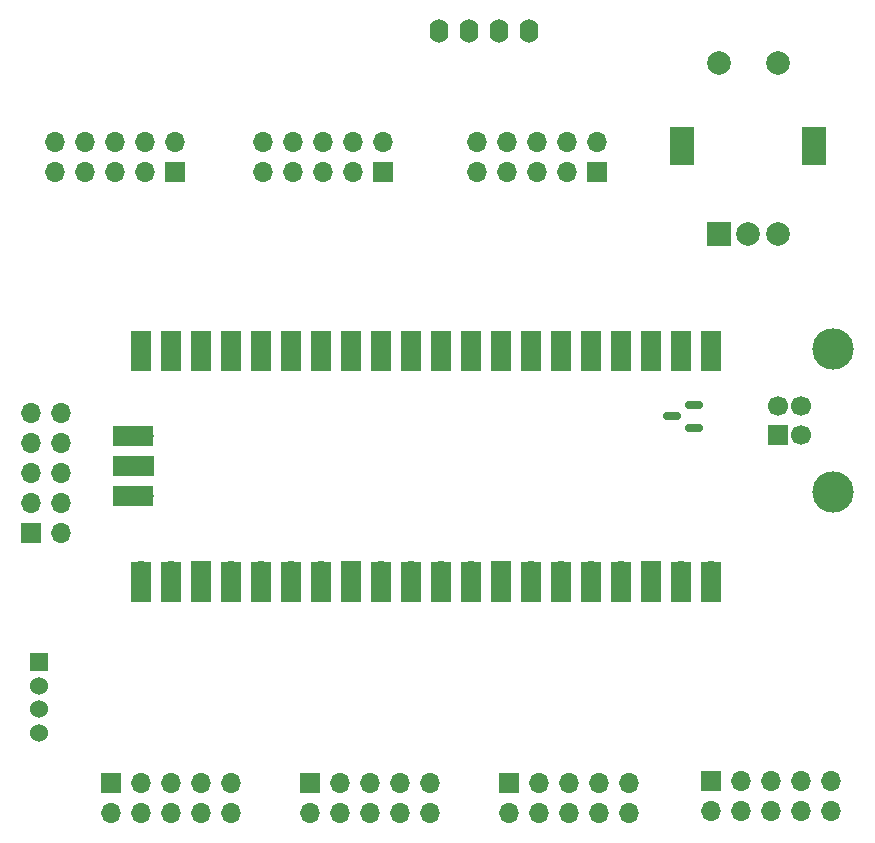
<source format=gbs>
G04 #@! TF.GenerationSoftware,KiCad,Pcbnew,7.0.7*
G04 #@! TF.CreationDate,2024-03-19T17:37:58+01:00*
G04 #@! TF.ProjectId,Main_board,4d61696e-5f62-46f6-9172-642e6b696361,rev?*
G04 #@! TF.SameCoordinates,Original*
G04 #@! TF.FileFunction,Soldermask,Bot*
G04 #@! TF.FilePolarity,Negative*
%FSLAX46Y46*%
G04 Gerber Fmt 4.6, Leading zero omitted, Abs format (unit mm)*
G04 Created by KiCad (PCBNEW 7.0.7) date 2024-03-19 17:37:58*
%MOMM*%
%LPD*%
G01*
G04 APERTURE LIST*
G04 Aperture macros list*
%AMRoundRect*
0 Rectangle with rounded corners*
0 $1 Rounding radius*
0 $2 $3 $4 $5 $6 $7 $8 $9 X,Y pos of 4 corners*
0 Add a 4 corners polygon primitive as box body*
4,1,4,$2,$3,$4,$5,$6,$7,$8,$9,$2,$3,0*
0 Add four circle primitives for the rounded corners*
1,1,$1+$1,$2,$3*
1,1,$1+$1,$4,$5*
1,1,$1+$1,$6,$7*
1,1,$1+$1,$8,$9*
0 Add four rect primitives between the rounded corners*
20,1,$1+$1,$2,$3,$4,$5,0*
20,1,$1+$1,$4,$5,$6,$7,0*
20,1,$1+$1,$6,$7,$8,$9,0*
20,1,$1+$1,$8,$9,$2,$3,0*%
G04 Aperture macros list end*
%ADD10R,1.524000X1.524000*%
%ADD11C,1.524000*%
%ADD12R,3.500000X1.700000*%
%ADD13O,1.700000X1.700000*%
%ADD14R,1.700000X1.700000*%
%ADD15R,1.700000X3.500000*%
%ADD16O,1.600000X2.000000*%
%ADD17RoundRect,0.150000X0.587500X0.150000X-0.587500X0.150000X-0.587500X-0.150000X0.587500X-0.150000X0*%
%ADD18C,3.500000*%
%ADD19C,1.700000*%
%ADD20R,2.000000X2.000000*%
%ADD21C,2.000000*%
%ADD22R,2.000000X3.200000*%
G04 APERTURE END LIST*
D10*
X74781900Y-175526300D03*
D11*
X74781900Y-177526300D03*
X74781900Y-179526300D03*
X74781900Y-181526300D03*
D12*
X82746600Y-156413200D03*
D13*
X83646600Y-156413200D03*
D12*
X82746600Y-158953200D03*
D14*
X83646600Y-158953200D03*
D13*
X83646600Y-161493200D03*
D12*
X82746600Y-161493200D03*
D15*
X131676600Y-149163200D03*
D13*
X131676600Y-150063200D03*
X129136600Y-150063200D03*
D15*
X129136600Y-149163200D03*
D14*
X126596600Y-150063200D03*
D15*
X126596600Y-149163200D03*
D13*
X124056600Y-150063200D03*
D15*
X124056600Y-149163200D03*
X121516600Y-149163200D03*
D13*
X121516600Y-150063200D03*
X118976600Y-150063200D03*
D15*
X118976600Y-149163200D03*
D13*
X116436600Y-150063200D03*
D15*
X116436600Y-149163200D03*
D14*
X113896600Y-150063200D03*
D15*
X113896600Y-149163200D03*
X111356600Y-149163200D03*
D13*
X111356600Y-150063200D03*
D15*
X108816600Y-149163200D03*
D13*
X108816600Y-150063200D03*
X106276600Y-150063200D03*
D15*
X106276600Y-149163200D03*
X103736600Y-149163200D03*
D13*
X103736600Y-150063200D03*
D15*
X101196600Y-149163200D03*
D14*
X101196600Y-150063200D03*
D15*
X98656600Y-149163200D03*
D13*
X98656600Y-150063200D03*
X96116600Y-150063200D03*
D15*
X96116600Y-149163200D03*
D13*
X93576600Y-150063200D03*
D15*
X93576600Y-149163200D03*
X91036600Y-149163200D03*
D13*
X91036600Y-150063200D03*
D14*
X88496600Y-150063200D03*
D15*
X88496600Y-149163200D03*
D13*
X85956600Y-150063200D03*
D15*
X85956600Y-149163200D03*
D13*
X83416600Y-150063200D03*
D15*
X83416600Y-149163200D03*
D13*
X83416600Y-167843200D03*
D15*
X83416600Y-168743200D03*
X85956600Y-168743200D03*
D13*
X85956600Y-167843200D03*
D14*
X88496600Y-167843200D03*
D15*
X88496600Y-168743200D03*
D13*
X91036600Y-167843200D03*
D15*
X91036600Y-168743200D03*
D13*
X93576600Y-167843200D03*
D15*
X93576600Y-168743200D03*
X96116600Y-168743200D03*
D13*
X96116600Y-167843200D03*
X98656600Y-167843200D03*
D15*
X98656600Y-168743200D03*
X101196600Y-168743200D03*
D14*
X101196600Y-167843200D03*
D15*
X103736600Y-168743200D03*
D13*
X103736600Y-167843200D03*
X106276600Y-167843200D03*
D15*
X106276600Y-168743200D03*
X108816600Y-168743200D03*
D13*
X108816600Y-167843200D03*
X111356600Y-167843200D03*
D15*
X111356600Y-168743200D03*
X113896600Y-168743200D03*
D14*
X113896600Y-167843200D03*
D13*
X116436600Y-167843200D03*
D15*
X116436600Y-168743200D03*
X118976600Y-168743200D03*
D13*
X118976600Y-167843200D03*
D15*
X121516600Y-168743200D03*
D13*
X121516600Y-167843200D03*
D15*
X124056600Y-168743200D03*
D13*
X124056600Y-167843200D03*
D14*
X126596600Y-167843200D03*
D15*
X126596600Y-168743200D03*
X129136600Y-168743200D03*
D13*
X129136600Y-167843200D03*
D15*
X131676600Y-168743200D03*
D13*
X131676600Y-167843200D03*
X111836200Y-131495800D03*
X111836200Y-134035800D03*
X114376200Y-131495800D03*
X114376200Y-134035800D03*
X116916200Y-131495800D03*
X116916200Y-134035800D03*
X119456200Y-131495800D03*
X119456200Y-134035800D03*
X121996200Y-131495800D03*
D14*
X121996200Y-134035800D03*
D16*
X116228000Y-122100600D03*
X113688000Y-122100600D03*
X108608000Y-122100600D03*
X111148000Y-122100600D03*
D17*
X130248900Y-153761400D03*
X130248900Y-155661400D03*
X128373900Y-154711400D03*
D18*
X142036800Y-149034300D03*
X142036800Y-161074300D03*
D19*
X139326800Y-156304300D03*
X139326800Y-153804300D03*
X137326800Y-153804300D03*
D14*
X137326800Y-156304300D03*
D13*
X91038600Y-188280200D03*
X91038600Y-185740200D03*
X88498600Y-188280200D03*
X88498600Y-185740200D03*
X85958600Y-188280200D03*
X85958600Y-185740200D03*
X83418600Y-188280200D03*
X83418600Y-185740200D03*
X80878600Y-188280200D03*
D14*
X80878600Y-185740200D03*
D20*
X132323200Y-139279200D03*
D21*
X137323200Y-139279200D03*
X134823200Y-139279200D03*
D22*
X129223200Y-131779200D03*
X140423200Y-131779200D03*
D21*
X137323200Y-124779200D03*
X132323200Y-124779200D03*
D14*
X97693400Y-185740200D03*
D13*
X97693400Y-188280200D03*
X100233400Y-185740200D03*
X100233400Y-188280200D03*
X102773400Y-185740200D03*
X102773400Y-188280200D03*
X105313400Y-185740200D03*
X105313400Y-188280200D03*
X107853400Y-185740200D03*
X107853400Y-188280200D03*
X141833600Y-188137800D03*
X141833600Y-185597800D03*
X139293600Y-188137800D03*
X139293600Y-185597800D03*
X136753600Y-188137800D03*
X136753600Y-185597800D03*
X134213600Y-188137800D03*
X134213600Y-185597800D03*
X131673600Y-188137800D03*
D14*
X131673600Y-185597800D03*
D13*
X76123800Y-131495800D03*
X76123800Y-134035800D03*
X78663800Y-131495800D03*
X78663800Y-134035800D03*
X81203800Y-131495800D03*
X81203800Y-134035800D03*
X83743800Y-131495800D03*
X83743800Y-134035800D03*
X86283800Y-131495800D03*
D14*
X86283800Y-134035800D03*
X74091800Y-164617400D03*
D13*
X76631800Y-164617400D03*
X74091800Y-162077400D03*
X76631800Y-162077400D03*
X74091800Y-159537400D03*
X76631800Y-159537400D03*
X74091800Y-156997400D03*
X76631800Y-156997400D03*
X74091800Y-154457400D03*
X76631800Y-154457400D03*
D14*
X114604800Y-185724800D03*
D13*
X114604800Y-188264800D03*
X117144800Y-185724800D03*
X117144800Y-188264800D03*
X119684800Y-185724800D03*
X119684800Y-188264800D03*
X122224800Y-185724800D03*
X122224800Y-188264800D03*
X124764800Y-185724800D03*
X124764800Y-188264800D03*
X93726000Y-131495800D03*
X93726000Y-134035800D03*
X96266000Y-131495800D03*
X96266000Y-134035800D03*
X98806000Y-131495800D03*
X98806000Y-134035800D03*
X101346000Y-131495800D03*
X101346000Y-134035800D03*
X103886000Y-131495800D03*
D14*
X103886000Y-134035800D03*
M02*

</source>
